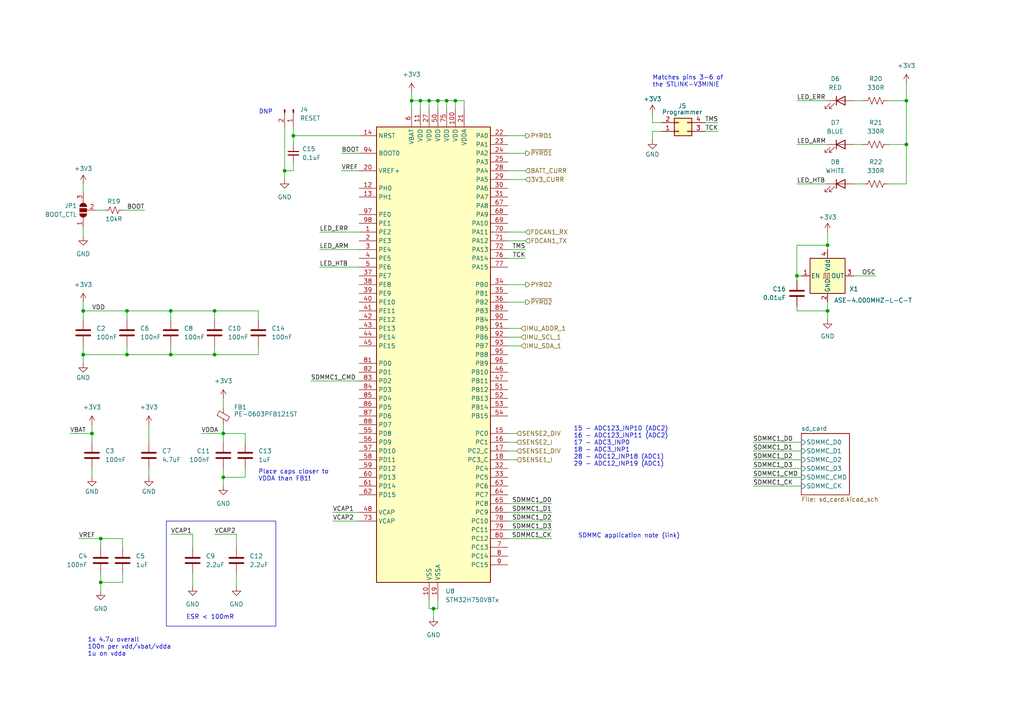
<source format=kicad_sch>
(kicad_sch (version 20231120) (generator "eeschema") (generator_version "8.0")
  (paper "A4")
  (lib_symbols
    (symbol "Connector:Conn_01x02_Pin" (pin_names (offset 1.016) hide)
      (property "Reference" "J" (at 0 2.54 0))
      (property "Value" "Conn_01x02_Pin" (at 0 -5.08 0))
      (symbol "Conn_01x02_Pin_1_1"
        (polyline (pts (xy 1.27 -2.54) (xy 0.8636 -2.54)) (stroke (width 0.1524)))
        (polyline (pts (xy 1.27 0) (xy 0.8636 0)) (stroke (width 0.1524)))
        (rectangle (start 0.8636 -2.413) (end 0 -2.667) (stroke (width 0.1524)) (fill (type outline)))
        (rectangle (start 0.8636 0.127) (end 0 -0.127) (stroke (width 0.1524)) (fill (type outline)))
        (pin passive line (at 5.08 0 180) (length 3.81) (name "Pin_1") (number "1"))
        (pin passive line (at 5.08 -2.54 180) (length 3.81) (name "Pin_2") (number "2"))
      )
    )
    (symbol "Connector_Generic:Conn_02x02_Top_Bottom" (pin_names (offset 1.016) hide)
      (property "Reference" "J" (at 1.27 2.54 0))
      (property "Value" "Conn_02x02_Top_Bottom" (at 1.27 -5.08 0))
      (symbol "Conn_02x02_Top_Bottom_1_1"
        (rectangle (start -1.27 -2.413) (end 0 -2.667) (stroke (width 0.1524)))
        (rectangle (start -1.27 0.127) (end 0 -0.127) (stroke (width 0.1524)))
        (rectangle (start -1.27 1.27) (end 3.81 -3.81) (stroke (width 0.254)) (fill (type background)))
        (rectangle (start 3.81 -2.413) (end 2.54 -2.667) (stroke (width 0.1524)))
        (rectangle (start 3.81 0.127) (end 2.54 -0.127) (stroke (width 0.1524)))
        (pin passive line (at -5.08 0 0) (length 3.81) (name "Pin_1") (number "1"))
        (pin passive line (at -5.08 -2.54 0) (length 3.81) (name "Pin_2") (number "2"))
        (pin passive line (at 7.62 0 180) (length 3.81) (name "Pin_3") (number "3"))
        (pin passive line (at 7.62 -2.54 180) (length 3.81) (name "Pin_4") (number "4"))
      )
    )
    (symbol "Device:C" (pin_numbers hide) (pin_names (offset 0.254))
      (property "Reference" "C" (at 0.635 2.54 0))
      (property "Value" "C" (at 0.635 -2.54 0))
      (symbol "C_0_1"
        (polyline (pts (xy -2.032 -0.762) (xy 2.032 -0.762)) (stroke (width 0.508)))
        (polyline (pts (xy -2.032 0.762) (xy 2.032 0.762)) (stroke (width 0.508)))
      )
      (symbol "C_1_1"
        (pin passive line (at 0 3.81 270) (length 2.794) (name "~") (number "1"))
        (pin passive line (at 0 -3.81 90) (length 2.794) (name "~") (number "2"))
      )
    )
    (symbol "Device:C_Small" (pin_numbers hide) (pin_names (offset 0.254) hide)
      (property "Reference" "C" (at 0.254 1.778 0))
      (property "Value" "C_Small" (at 0.254 -2.032 0))
      (symbol "C_Small_0_1"
        (polyline (pts (xy -1.524 -0.508) (xy 1.524 -0.508)) (stroke (width 0.3302)))
        (polyline (pts (xy -1.524 0.508) (xy 1.524 0.508)) (stroke (width 0.3048)))
      )
      (symbol "C_Small_1_1"
        (pin passive line (at 0 2.54 270) (length 2.032) (name "~") (number "1"))
        (pin passive line (at 0 -2.54 90) (length 2.032) (name "~") (number "2"))
      )
    )
    (symbol "Device:FerriteBead_Small" (pin_numbers hide) (pin_names (offset 0))
      (property "Reference" "FB" (at 1.905 1.27 0))
      (property "Value" "FerriteBead_Small" (at 1.905 -1.27 0))
      (symbol "FerriteBead_Small_0_1"
        (polyline (pts (xy 0 -1.27) (xy 0 -0.7874)))
        (polyline (pts (xy 0 0.889) (xy 0 1.2954)))
        (polyline (pts (xy -1.8288 0.2794) (xy -1.1176 1.4986) (xy 1.8288 -0.2032) (xy 1.1176 -1.4224) (xy -1.8288 0.2794)))
      )
      (symbol "FerriteBead_Small_1_1"
        (pin passive line (at 0 2.54 270) (length 1.27) (name "~") (number "1"))
        (pin passive line (at 0 -2.54 90) (length 1.27) (name "~") (number "2"))
      )
    )
    (symbol "Device:LED" (pin_numbers hide) (pin_names (offset 1.016) hide)
      (property "Reference" "D" (at 0 2.54 0))
      (property "Value" "LED" (at 0 -2.54 0))
      (symbol "LED_0_1"
        (polyline (pts (xy -1.27 -1.27) (xy -1.27 1.27)) (stroke (width 0.254)))
        (polyline (pts (xy -1.27 0) (xy 1.27 0)))
        (polyline (pts (xy 1.27 -1.27) (xy 1.27 1.27) (xy -1.27 0) (xy 1.27 -1.27)) (stroke (width 0.254)))
        (polyline (pts (xy -3.048 -0.762) (xy -4.572 -2.286) (xy -3.81 -2.286) (xy -4.572 -2.286) (xy -4.572 -1.524)))
        (polyline (pts (xy -1.778 -0.762) (xy -3.302 -2.286) (xy -2.54 -2.286) (xy -3.302 -2.286) (xy -3.302 -1.524)))
      )
      (symbol "LED_1_1"
        (pin passive line (at -3.81 0 0) (length 2.54) (name "K") (number "1"))
        (pin passive line (at 3.81 0 180) (length 2.54) (name "A") (number "2"))
      )
    )
    (symbol "Device:R_Small_US" (pin_numbers hide) (pin_names (offset 0.254) hide)
      (property "Reference" "R" (at 0.762 0.508 0))
      (property "Value" "R_Small_US" (at 0.762 -1.016 0))
      (symbol "R_Small_US_1_1"
        (polyline (pts (xy 0 0) (xy 1.016 -0.381) (xy 0 -0.762) (xy -1.016 -1.143) (xy 0 -1.524)))
        (polyline (pts (xy 0 1.524) (xy 1.016 1.143) (xy 0 0.762) (xy -1.016 0.381) (xy 0 0)))
        (pin passive line (at 0 2.54 270) (length 1.016) (name "~") (number "1"))
        (pin passive line (at 0 -2.54 90) (length 1.016) (name "~") (number "2"))
      )
    )
    (symbol "Device:R_US" (pin_numbers hide) (pin_names (offset 0))
      (property "Reference" "R" (at 2.54 0 90))
      (property "Value" "R_US" (at -2.54 0 90))
      (symbol "R_US_0_1"
        (polyline (pts (xy 0 -2.286) (xy 0 -2.54)))
        (polyline (pts (xy 0 2.286) (xy 0 2.54)))
        (polyline (pts (xy 0 -0.762) (xy 1.016 -1.143) (xy 0 -1.524) (xy -1.016 -1.905) (xy 0 -2.286)))
        (polyline (pts (xy 0 0.762) (xy 1.016 0.381) (xy 0 0) (xy -1.016 -0.381) (xy 0 -0.762)))
        (polyline (pts (xy 0 2.286) (xy 1.016 1.905) (xy 0 1.524) (xy -1.016 1.143) (xy 0 0.762)))
      )
      (symbol "R_US_1_1"
        (pin passive line (at 0 3.81 270) (length 1.27) (name "~") (number "1"))
        (pin passive line (at 0 -3.81 90) (length 1.27) (name "~") (number "2"))
      )
    )
    (symbol "Jumper:SolderJumper_3_Open" (pin_names (offset 0) hide)
      (property "Reference" "JP" (at -2.54 -2.54 0))
      (property "Value" "SolderJumper_3_Open" (at 0 2.794 0))
      (symbol "SolderJumper_3_Open_0_1"
        (arc (start -1.016 1.016) (mid -2.0276 0) (end -1.016 -1.016))
        (arc (start -1.016 1.016) (mid -2.0276 0) (end -1.016 -1.016) (fill (type outline)))
        (rectangle (start -0.508 1.016) (end 0.508 -1.016) (fill (type outline)))
        (polyline (pts (xy -2.54 0) (xy -2.032 0)))
        (polyline (pts (xy -1.016 1.016) (xy -1.016 -1.016)))
        (polyline (pts (xy 0 -1.27) (xy 0 -1.016)))
        (polyline (pts (xy 1.016 1.016) (xy 1.016 -1.016)))
        (polyline (pts (xy 2.54 0) (xy 2.032 0)))
        (arc (start 1.016 -1.016) (mid 2.0276 0) (end 1.016 1.016))
        (arc (start 1.016 -1.016) (mid 2.0276 0) (end 1.016 1.016) (fill (type outline)))
      )
      (symbol "SolderJumper_3_Open_1_1"
        (pin passive line (at -5.08 0 0) (length 2.54) (name "A") (number "1"))
        (pin passive line (at 0 -3.81 90) (length 2.54) (name "C") (number "2"))
        (pin passive line (at 5.08 0 180) (length 2.54) (name "B") (number "3"))
      )
    )
    (symbol "MCU_ST_STM32H7:STM32H750VBTx"
      (property "Reference" "U" (at -15.24 67.31 0))
      (property "Value" "STM32H750VBTx" (at 12.7 67.31 0))
      (symbol "STM32H750VBTx_0_1"
        (rectangle (start -15.24 -66.04) (end 17.78 66.04) (stroke (width 0.254)) (fill (type background)))
      )
      (symbol "STM32H750VBTx_1_1"
        (pin bidirectional line (at -20.32 35.56 0) (length 5.08) (name "PE2") (number "1"))
        (pin power_in line (at 0 -71.12 90) (length 5.08) (name "VSS") (number "10"))
        (pin power_in line (at 7.62 71.12 270) (length 5.08) (name "VDD") (number "100"))
        (pin power_in line (at -2.54 71.12 270) (length 5.08) (name "VDD") (number "11"))
        (pin bidirectional line (at -20.32 48.26 0) (length 5.08) (name "PH0") (number "12"))
        (pin bidirectional line (at -20.32 45.72 0) (length 5.08) (name "PH1") (number "13"))
        (pin input line (at -20.32 63.5 0) (length 5.08) (name "NRST") (number "14"))
        (pin bidirectional line (at 22.86 -22.86 180) (length 5.08) (name "PC0") (number "15"))
        (pin bidirectional line (at 22.86 -25.4 180) (length 5.08) (name "PC1") (number "16"))
        (pin bidirectional line (at 22.86 -27.94 180) (length 5.08) (name "PC2_C") (number "17"))
        (pin bidirectional line (at 22.86 -30.48 180) (length 5.08) (name "PC3_C") (number "18"))
        (pin power_in line (at 2.54 -71.12 90) (length 5.08) (name "VSSA") (number "19"))
        (pin bidirectional line (at -20.32 33.02 0) (length 5.08) (name "PE3") (number "2"))
        (pin input line (at -20.32 53.34 0) (length 5.08) (name "VREF+") (number "20"))
        (pin power_in line (at 10.16 71.12 270) (length 5.08) (name "VDDA") (number "21"))
        (pin bidirectional line (at 22.86 63.5 180) (length 5.08) (name "PA0") (number "22"))
        (pin bidirectional line (at 22.86 60.96 180) (length 5.08) (name "PA1") (number "23"))
        (pin bidirectional line (at 22.86 58.42 180) (length 5.08) (name "PA2") (number "24"))
        (pin bidirectional line (at 22.86 55.88 180) (length 5.08) (name "PA3") (number "25"))
        (pin passive line (at 0 -71.12 90) (length 5.08) hide (name "VSS") (number "26"))
        (pin power_in line (at 0 71.12 270) (length 5.08) (name "VDD") (number "27"))
        (pin bidirectional line (at 22.86 53.34 180) (length 5.08) (name "PA4") (number "28"))
        (pin bidirectional line (at 22.86 50.8 180) (length 5.08) (name "PA5") (number "29"))
        (pin bidirectional line (at -20.32 30.48 0) (length 5.08) (name "PE4") (number "3"))
        (pin bidirectional line (at 22.86 48.26 180) (length 5.08) (name "PA6") (number "30"))
        (pin bidirectional line (at 22.86 45.72 180) (length 5.08) (name "PA7") (number "31"))
        (pin bidirectional line (at 22.86 -33.02 180) (length 5.08) (name "PC4") (number "32"))
        (pin bidirectional line (at 22.86 -35.56 180) (length 5.08) (name "PC5") (number "33"))
        (pin bidirectional line (at 22.86 20.32 180) (length 5.08) (name "PB0") (number "34"))
        (pin bidirectional line (at 22.86 17.78 180) (length 5.08) (name "PB1") (number "35"))
        (pin bidirectional line (at 22.86 15.24 180) (length 5.08) (name "PB2") (number "36"))
        (pin bidirectional line (at -20.32 22.86 0) (length 5.08) (name "PE7") (number "37"))
        (pin bidirectional line (at -20.32 20.32 0) (length 5.08) (name "PE8") (number "38"))
        (pin bidirectional line (at -20.32 17.78 0) (length 5.08) (name "PE9") (number "39"))
        (pin bidirectional line (at -20.32 27.94 0) (length 5.08) (name "PE5") (number "4"))
        (pin bidirectional line (at -20.32 15.24 0) (length 5.08) (name "PE10") (number "40"))
        (pin bidirectional line (at -20.32 12.7 0) (length 5.08) (name "PE11") (number "41"))
        (pin bidirectional line (at -20.32 10.16 0) (length 5.08) (name "PE12") (number "42"))
        (pin bidirectional line (at -20.32 7.62 0) (length 5.08) (name "PE13") (number "43"))
        (pin bidirectional line (at -20.32 5.08 0) (length 5.08) (name "PE14") (number "44"))
        (pin bidirectional line (at -20.32 2.54 0) (length 5.08) (name "PE15") (number "45"))
        (pin bidirectional line (at 22.86 -5.08 180) (length 5.08) (name "PB10") (number "46"))
        (pin bidirectional line (at 22.86 -7.62 180) (length 5.08) (name "PB11") (number "47"))
        (pin power_out line (at -20.32 -45.72 0) (length 5.08) (name "VCAP") (number "48"))
        (pin passive line (at 0 -71.12 90) (length 5.08) hide (name "VSS") (number "49"))
        (pin bidirectional line (at -20.32 25.4 0) (length 5.08) (name "PE6") (number "5"))
        (pin power_in line (at 2.54 71.12 270) (length 5.08) (name "VDD") (number "50"))
        (pin bidirectional line (at 22.86 -10.16 180) (length 5.08) (name "PB12") (number "51"))
        (pin bidirectional line (at 22.86 -12.7 180) (length 5.08) (name "PB13") (number "52"))
        (pin bidirectional line (at 22.86 -15.24 180) (length 5.08) (name "PB14") (number "53"))
        (pin bidirectional line (at 22.86 -17.78 180) (length 5.08) (name "PB15") (number "54"))
        (pin bidirectional line (at -20.32 -22.86 0) (length 5.08) (name "PD8") (number "55"))
        (pin bidirectional line (at -20.32 -25.4 0) (length 5.08) (name "PD9") (number "56"))
        (pin bidirectional line (at -20.32 -27.94 0) (length 5.08) (name "PD10") (number "57"))
        (pin bidirectional line (at -20.32 -30.48 0) (length 5.08) (name "PD11") (number "58"))
        (pin bidirectional line (at -20.32 -33.02 0) (length 5.08) (name "PD12") (number "59"))
        (pin power_in line (at -5.08 71.12 270) (length 5.08) (name "VBAT") (number "6"))
        (pin bidirectional line (at -20.32 -35.56 0) (length 5.08) (name "PD13") (number "60"))
        (pin bidirectional line (at -20.32 -38.1 0) (length 5.08) (name "PD14") (number "61"))
        (pin bidirectional line (at -20.32 -40.64 0) (length 5.08) (name "PD15") (number "62"))
        (pin bidirectional line (at 22.86 -38.1 180) (length 5.08) (name "PC6") (number "63"))
        (pin bidirectional line (at 22.86 -40.64 180) (length 5.08) (name "PC7") (number "64"))
        (pin bidirectional line (at 22.86 -43.18 180) (length 5.08) (name "PC8") (number "65"))
        (pin bidirectional line (at 22.86 -45.72 180) (length 5.08) (name "PC9") (number "66"))
        (pin bidirectional line (at 22.86 43.18 180) (length 5.08) (name "PA8") (number "67"))
        (pin bidirectional line (at 22.86 40.64 180) (length 5.08) (name "PA9") (number "68"))
        (pin bidirectional line (at 22.86 38.1 180) (length 5.08) (name "PA10") (number "69"))
        (pin bidirectional line (at 22.86 -55.88 180) (length 5.08) (name "PC13") (number "7"))
        (pin bidirectional line (at 22.86 35.56 180) (length 5.08) (name "PA11") (number "70"))
        (pin bidirectional line (at 22.86 33.02 180) (length 5.08) (name "PA12") (number "71"))
        (pin bidirectional line (at 22.86 30.48 180) (length 5.08) (name "PA13") (number "72"))
        (pin power_out line (at -20.32 -48.26 0) (length 5.08) (name "VCAP") (number "73"))
        (pin passive line (at 0 -71.12 90) (length 5.08) hide (name "VSS") (number "74"))
        (pin power_in line (at 5.08 71.12 270) (length 5.08) (name "VDD") (number "75"))
        (pin bidirectional line (at 22.86 27.94 180) (length 5.08) (name "PA14") (number "76"))
        (pin bidirectional line (at 22.86 25.4 180) (length 5.08) (name "PA15") (number "77"))
        (pin bidirectional line (at 22.86 -48.26 180) (length 5.08) (name "PC10") (number "78"))
        (pin bidirectional line (at 22.86 -50.8 180) (length 5.08) (name "PC11") (number "79"))
        (pin bidirectional line (at 22.86 -58.42 180) (length 5.08) (name "PC14") (number "8"))
        (pin bidirectional line (at 22.86 -53.34 180) (length 5.08) (name "PC12") (number "80"))
        (pin bidirectional line (at -20.32 -2.54 0) (length 5.08) (name "PD0") (number "81"))
        (pin bidirectional line (at -20.32 -5.08 0) (length 5.08) (name "PD1") (number "82"))
        (pin bidirectional line (at -20.32 -7.62 0) (length 5.08) (name "PD2") (number "83"))
        (pin bidirectional line (at -20.32 -10.16 0) (length 5.08) (name "PD3") (number "84"))
        (pin bidirectional line (at -20.32 -12.7 0) (length 5.08) (name "PD4") (number "85"))
        (pin bidirectional line (at -20.32 -15.24 0) (length 5.08) (name "PD5") (number "86"))
        (pin bidirectional line (at -20.32 -17.78 0) (length 5.08) (name "PD6") (number "87"))
        (pin bidirectional line (at -20.32 -20.32 0) (length 5.08) (name "PD7") (number "88"))
        (pin bidirectional line (at 22.86 12.7 180) (length 5.08) (name "PB3") (number "89"))
        (pin bidirectional line (at 22.86 -60.96 180) (length 5.08) (name "PC15") (number "9"))
        (pin bidirectional line (at 22.86 10.16 180) (length 5.08) (name "PB4") (number "90"))
        (pin bidirectional line (at 22.86 7.62 180) (length 5.08) (name "PB5") (number "91"))
        (pin bidirectional line (at 22.86 5.08 180) (length 5.08) (name "PB6") (number "92"))
        (pin bidirectional line (at 22.86 2.54 180) (length 5.08) (name "PB7") (number "93"))
        (pin input line (at -20.32 58.42 0) (length 5.08) (name "BOOT0") (number "94"))
        (pin bidirectional line (at 22.86 0 180) (length 5.08) (name "PB8") (number "95"))
        (pin bidirectional line (at 22.86 -2.54 180) (length 5.08) (name "PB9") (number "96"))
        (pin bidirectional line (at -20.32 40.64 0) (length 5.08) (name "PE0") (number "97"))
        (pin bidirectional line (at -20.32 38.1 0) (length 5.08) (name "PE1") (number "98"))
        (pin passive line (at 0 -71.12 90) (length 5.08) hide (name "VSS") (number "99"))
      )
    )
    (symbol "Oscillator:ASE-xxxMHz" (pin_names (offset 0.254))
      (property "Reference" "X" (at -5.08 6.35 0))
      (property "Value" "ASE-xxxMHz" (at 1.27 -6.35 0))
      (symbol "ASE-xxxMHz_0_1"
        (rectangle (start -5.08 5.08) (end 5.08 -5.08) (stroke (width 0.254)) (fill (type background)))
        (polyline (pts (xy -1.27 -0.762) (xy -1.016 -0.762) (xy -1.016 0.762) (xy -0.508 0.762) (xy -0.508 -0.762) (xy 0 -0.762) (xy 0 0.762) (xy 0.508 0.762) (xy 0.508 -0.762) (xy 0.762 -0.762)))
      )
      (symbol "ASE-xxxMHz_1_1"
        (pin input line (at -7.62 0 0) (length 2.54) (name "EN") (number "1"))
        (pin power_in line (at 0 -7.62 90) (length 2.54) (name "GND") (number "2"))
        (pin output line (at 7.62 0 180) (length 2.54) (name "OUT") (number "3"))
        (pin power_in line (at 0 7.62 270) (length 2.54) (name "Vdd") (number "4"))
      )
    )
    (symbol "power:+3V3" (power) (pin_numbers hide) (pin_names (offset 0) hide)
      (property "Value" "+3V3" (at 0 3.556 0))
      (symbol "+3V3_0_1"
        (polyline (pts (xy -0.762 1.27) (xy 0 2.54)))
        (polyline (pts (xy 0 0) (xy 0 2.54)))
        (polyline (pts (xy 0 2.54) (xy 0.762 1.27)))
      )
      (symbol "+3V3_1_1"
        (pin power_in line (at 0 0 90) (length 0) (name "~") (number "1"))
      )
    )
    (symbol "power:GND" (power) (pin_numbers hide) (pin_names (offset 0) hide)
      (property "Value" "GND" (at 0 -3.81 0))
      (symbol "GND_0_1"
        (polyline (pts (xy 0 0) (xy 0 -1.27) (xy 1.27 -1.27) (xy 0 -2.54) (xy -1.27 -1.27) (xy 0 -1.27)))
      )
      (symbol "GND_1_1"
        (pin power_in line (at 0 0 270) (length 0) (name "~") (number "1"))
      )
    )
  )
  (junction (at 62.23 90.17))
  (junction (at 231.14 80.01))
  (junction (at 29.21 156.21))
  (junction (at 24.13 102.87))
  (junction (at 49.53 102.87))
  (junction (at 82.55 49.53))
  (junction (at 49.53 90.17))
  (junction (at 240.03 71.12))
  (junction (at 121.92 29.21))
  (junction (at 29.21 168.91))
  (junction (at 62.23 102.87))
  (junction (at 85.09 39.37))
  (junction (at 26.67 125.73))
  (junction (at 36.83 90.17))
  (junction (at 64.77 125.73))
  (junction (at 127 29.21))
  (junction (at 125.73 176.53))
  (junction (at 240.03 90.17))
  (junction (at 64.77 138.43))
  (junction (at 132.08 29.21))
  (junction (at 124.46 29.21))
  (junction (at 36.83 102.87))
  (junction (at 262.89 29.21))
  (junction (at 24.13 90.17))
  (junction (at 262.89 41.91))
  (junction (at 119.38 29.21))
  (junction (at 129.54 29.21))
  (wire (pts (xy 147.32 95.25) (xy 151.13 95.25)))
  (wire (pts (xy 55.88 154.94) (xy 55.88 158.75)))
  (wire (pts (xy 247.65 29.21) (xy 250.19 29.21)))
  (wire (pts (xy 71.12 125.73) (xy 71.12 128.27)))
  (wire (pts (xy 232.41 80.01) (xy 231.14 80.01)))
  (wire (pts (xy 147.32 97.79) (xy 151.13 97.79)))
  (wire (pts (xy 218.44 135.89) (xy 232.41 135.89)))
  (wire (pts (xy 92.71 67.31) (xy 104.14 67.31)))
  (wire (pts (xy 147.32 130.81) (xy 149.86 130.81)))
  (wire (pts (xy 119.38 29.21) (xy 119.38 31.75)))
  (wire (pts (xy 62.23 102.87) (xy 62.23 100.33)))
  (wire (pts (xy 147.32 39.37) (xy 152.4 39.37)))
  (wire (pts (xy 43.18 123.19) (xy 43.18 128.27)))
  (wire (pts (xy 189.23 35.56) (xy 191.77 35.56)))
  (wire (pts (xy 35.56 166.37) (xy 35.56 168.91)))
  (wire (pts (xy 189.23 40.64) (xy 189.23 38.1)))
  (wire (pts (xy 58.42 125.73) (xy 64.77 125.73)))
  (wire (pts (xy 257.81 29.21) (xy 262.89 29.21)))
  (wire (pts (xy 24.13 53.34) (xy 24.13 55.88)))
  (wire (pts (xy 147.32 69.85) (xy 152.4 69.85)))
  (wire (pts (xy 129.54 29.21) (xy 127 29.21)))
  (wire (pts (xy 96.52 148.59) (xy 104.14 148.59)))
  (wire (pts (xy 132.08 29.21) (xy 129.54 29.21)))
  (wire (pts (xy 189.23 33.02) (xy 189.23 35.56)))
  (wire (pts (xy 240.03 71.12) (xy 240.03 72.39)))
  (wire (pts (xy 134.62 31.75) (xy 134.62 29.21)))
  (wire (pts (xy 20.32 125.73) (xy 26.67 125.73)))
  (wire (pts (xy 36.83 102.87) (xy 36.83 100.33)))
  (wire (pts (xy 231.14 80.01) (xy 231.14 71.12)))
  (wire (pts (xy 24.13 102.87) (xy 36.83 102.87)))
  (wire (pts (xy 36.83 90.17) (xy 36.83 92.71)))
  (wire (pts (xy 124.46 29.21) (xy 121.92 29.21)))
  (wire (pts (xy 35.56 156.21) (xy 29.21 156.21)))
  (wire (pts (xy 36.83 90.17) (xy 49.53 90.17)))
  (wire (pts (xy 24.13 90.17) (xy 24.13 92.71)))
  (wire (pts (xy 147.32 125.73) (xy 149.86 125.73)))
  (wire (pts (xy 71.12 135.89) (xy 71.12 138.43)))
  (wire (pts (xy 49.53 102.87) (xy 49.53 100.33)))
  (wire (pts (xy 85.09 46.99) (xy 85.09 49.53)))
  (wire (pts (xy 62.23 154.94) (xy 68.58 154.94)))
  (wire (pts (xy 62.23 90.17) (xy 62.23 92.71)))
  (wire (pts (xy 71.12 125.73) (xy 64.77 125.73)))
  (wire (pts (xy 147.32 74.93) (xy 152.4 74.93)))
  (wire (pts (xy 127 173.99) (xy 127 176.53)))
  (wire (pts (xy 96.52 151.13) (xy 104.14 151.13)))
  (wire (pts (xy 231.14 29.21) (xy 240.03 29.21)))
  (wire (pts (xy 121.92 29.21) (xy 121.92 31.75)))
  (wire (pts (xy 147.32 100.33) (xy 151.13 100.33)))
  (wire (pts (xy 247.65 53.34) (xy 250.19 53.34)))
  (wire (pts (xy 125.73 176.53) (xy 125.73 179.07)))
  (wire (pts (xy 262.89 29.21) (xy 262.89 41.91)))
  (wire (pts (xy 247.65 41.91) (xy 250.19 41.91)))
  (wire (pts (xy 231.14 53.34) (xy 240.03 53.34)))
  (wire (pts (xy 64.77 125.73) (xy 64.77 128.27)))
  (wire (pts (xy 62.23 102.87) (xy 74.93 102.87)))
  (wire (pts (xy 204.47 35.56) (xy 208.28 35.56)))
  (wire (pts (xy 24.13 102.87) (xy 24.13 100.33)))
  (wire (pts (xy 262.89 24.13) (xy 262.89 29.21)))
  (wire (pts (xy 231.14 71.12) (xy 240.03 71.12)))
  (wire (pts (xy 247.65 80.01) (xy 254 80.01)))
  (wire (pts (xy 85.09 36.83) (xy 85.09 39.37)))
  (wire (pts (xy 35.56 156.21) (xy 35.56 158.75)))
  (wire (pts (xy 24.13 87.63) (xy 24.13 90.17)))
  (wire (pts (xy 218.44 128.27) (xy 232.41 128.27)))
  (wire (pts (xy 29.21 156.21) (xy 29.21 158.75)))
  (wire (pts (xy 147.32 49.53) (xy 152.4 49.53)))
  (wire (pts (xy 121.92 29.21) (xy 119.38 29.21)))
  (wire (pts (xy 64.77 123.19) (xy 64.77 125.73)))
  (wire (pts (xy 240.03 90.17) (xy 240.03 92.71)))
  (wire (pts (xy 127 29.21) (xy 127 31.75)))
  (wire (pts (xy 147.32 153.67) (xy 160.02 153.67)))
  (wire (pts (xy 26.67 125.73) (xy 26.67 128.27)))
  (wire (pts (xy 64.77 115.57) (xy 64.77 118.11)))
  (wire (pts (xy 147.32 72.39) (xy 152.4 72.39)))
  (wire (pts (xy 27.94 60.96) (xy 30.48 60.96)))
  (wire (pts (xy 124.46 176.53) (xy 125.73 176.53)))
  (wire (pts (xy 24.13 66.04) (xy 24.13 68.58)))
  (wire (pts (xy 82.55 36.83) (xy 82.55 49.53)))
  (wire (pts (xy 92.71 72.39) (xy 104.14 72.39)))
  (wire (pts (xy 147.32 67.31) (xy 152.4 67.31)))
  (wire (pts (xy 82.55 49.53) (xy 82.55 52.07)))
  (wire (pts (xy 35.56 60.96) (xy 41.91 60.96)))
  (wire (pts (xy 36.83 102.87) (xy 49.53 102.87)))
  (wire (pts (xy 99.06 44.45) (xy 104.14 44.45)))
  (wire (pts (xy 124.46 29.21) (xy 124.46 31.75)))
  (wire (pts (xy 24.13 90.17) (xy 36.83 90.17)))
  (wire (pts (xy 119.38 26.67) (xy 119.38 29.21)))
  (wire (pts (xy 64.77 138.43) (xy 64.77 140.97)))
  (wire (pts (xy 134.62 29.21) (xy 132.08 29.21)))
  (wire (pts (xy 218.44 130.81) (xy 232.41 130.81)))
  (wire (pts (xy 74.93 100.33) (xy 74.93 102.87)))
  (wire (pts (xy 22.86 156.21) (xy 29.21 156.21)))
  (wire (pts (xy 189.23 38.1) (xy 191.77 38.1)))
  (wire (pts (xy 85.09 39.37) (xy 104.14 39.37)))
  (wire (pts (xy 49.53 154.94) (xy 55.88 154.94)))
  (wire (pts (xy 240.03 67.31) (xy 240.03 71.12)))
  (wire (pts (xy 262.89 53.34) (xy 257.81 53.34)))
  (wire (pts (xy 85.09 39.37) (xy 85.09 41.91)))
  (wire (pts (xy 204.47 38.1) (xy 208.28 38.1)))
  (wire (pts (xy 147.32 133.35) (xy 149.86 133.35)))
  (wire (pts (xy 127 176.53) (xy 125.73 176.53)))
  (wire (pts (xy 231.14 41.91) (xy 240.03 41.91)))
  (wire (pts (xy 147.32 87.63) (xy 152.4 87.63)))
  (wire (pts (xy 24.13 105.41) (xy 24.13 102.87)))
  (wire (pts (xy 218.44 140.97) (xy 232.41 140.97)))
  (wire (pts (xy 129.54 29.21) (xy 129.54 31.75)))
  (wire (pts (xy 147.32 44.45) (xy 152.4 44.45)))
  (wire (pts (xy 90.17 110.49) (xy 104.14 110.49)))
  (wire (pts (xy 64.77 138.43) (xy 64.77 135.89)))
  (wire (pts (xy 257.81 41.91) (xy 262.89 41.91)))
  (wire (pts (xy 26.67 125.73) (xy 26.67 123.19)))
  (wire (pts (xy 62.23 90.17) (xy 74.93 90.17)))
  (wire (pts (xy 132.08 29.21) (xy 132.08 31.75)))
  (wire (pts (xy 147.32 156.21) (xy 160.02 156.21)))
  (wire (pts (xy 147.32 148.59) (xy 160.02 148.59)))
  (wire (pts (xy 55.88 166.37) (xy 55.88 170.18)))
  (wire (pts (xy 218.44 133.35) (xy 232.41 133.35)))
  (wire (pts (xy 49.53 90.17) (xy 49.53 92.71)))
  (wire (pts (xy 49.53 102.87) (xy 62.23 102.87)))
  (wire (pts (xy 71.12 138.43) (xy 64.77 138.43)))
  (wire (pts (xy 35.56 168.91) (xy 29.21 168.91)))
  (wire (pts (xy 124.46 173.99) (xy 124.46 176.53)))
  (wire (pts (xy 231.14 88.9) (xy 231.14 90.17)))
  (wire (pts (xy 218.44 138.43) (xy 232.41 138.43)))
  (wire (pts (xy 262.89 41.91) (xy 262.89 53.34)))
  (wire (pts (xy 147.32 82.55) (xy 152.4 82.55)))
  (wire (pts (xy 68.58 154.94) (xy 68.58 158.75)))
  (wire (pts (xy 92.71 77.47) (xy 104.14 77.47)))
  (wire (pts (xy 29.21 168.91) (xy 29.21 166.37)))
  (wire (pts (xy 240.03 87.63) (xy 240.03 90.17)))
  (wire (pts (xy 74.93 92.71) (xy 74.93 90.17)))
  (wire (pts (xy 43.18 135.89) (xy 43.18 138.43)))
  (wire (pts (xy 147.32 128.27) (xy 149.86 128.27)))
  (wire (pts (xy 231.14 80.01) (xy 231.14 81.28)))
  (wire (pts (xy 29.21 168.91) (xy 29.21 171.45)))
  (wire (pts (xy 68.58 166.37) (xy 68.58 170.18)))
  (wire (pts (xy 127 29.21) (xy 124.46 29.21)))
  (wire (pts (xy 49.53 90.17) (xy 62.23 90.17)))
  (wire (pts (xy 85.09 49.53) (xy 82.55 49.53)))
  (wire (pts (xy 147.32 146.05) (xy 160.02 146.05)))
  (wire (pts (xy 147.32 52.07) (xy 152.4 52.07)))
  (wire (pts (xy 26.67 135.89) (xy 26.67 138.43)))
  (wire (pts (xy 231.14 90.17) (xy 240.03 90.17)))
  (wire (pts (xy 147.32 151.13) (xy 160.02 151.13)))
  (wire (pts (xy 99.06 49.53) (xy 104.14 49.53)))
  (rectangle (start 48.26 151.13) (end 80.01 181.61))
  (text "Place caps closer to \nVDDA than FB1!\n" (at 74.93 139.7 0) (effects (font (size 1.27 1.27)) (justify left bottom)))
  (text "15 - ADC123_INP10 (ADC2)\n16 - ADC123_INP11 (ADC2)\n17 - ADC3_INP0\n18 - ADC3_INP1\n28 - ADC12_INP18 (ADC1)\n29 - ADC12_INP19 (ADC1)\n" (at 166.37 129.54 0) (effects (font (size 1.27 1.27)) (justify left)))
  (text "DNP" (at 75.057 33.274 0) (effects (font (size 1.27 1.27)) (justify left bottom)))
  (text "ESR < 100mR\n" (at 60.96 179.07 0) (effects (font (size 1.27 1.27))))
  (text "1x 4.7u overall\n100n per vdd/vbat/vdda\n1u on vdda" (at 25.4 190.5 0) (effects (font (size 1.27 1.27)) (justify left bottom)))
  (text "SDMMC application note (link)" (at 167.64 156.21 0) (effects (font (size 1.27 1.27)) (justify left bottom)))
  (text "Matches pins 3-6 of\nthe STLINK-V3MINIE" (at 189.23 25.4 0) (effects (font (size 1.27 1.27)) (justify left bottom)))
  (label "BOOT" (at 99.06 44.45 0))
  (label "LED_HTB" (at 231.14 53.34 0))
  (label "VREF" (at 22.86 156.21 0))
  (label "VDDA" (at 58.42 125.73 0))
  (label "VCAP2" (at 96.52 151.13 0))
  (label "SDMMC1_D0" (at 218.44 128.27 0))
  (label "VBAT" (at 20.32 125.73 0))
  (label "VCAP2" (at 62.23 154.94 0))
  (label "VREF" (at 99.06 49.53 0))
  (label "LED_ARM" (at 92.71 72.39 0))
  (label "TCK" (at 208.28 38.1 180))
  (label "VCAP1" (at 49.53 154.94 0))
  (label "SDMMC1_CMD" (at 218.44 138.43 0))
  (label "VDD" (at 26.67 90.17 0))
  (label "SDMMC1_CMD" (at 90.17 110.49 0))
  (label "SDMMC1_D2" (at 160.02 151.13 180))
  (label "TMS" (at 208.28 35.56 180))
  (label "SDMMC1_D0" (at 160.02 146.05 180))
  (label "SDMMC1_D3" (at 160.02 153.67 180))
  (label "SDMMC1_CK" (at 218.44 140.97 0))
  (label "SDMMC1_D1" (at 160.02 148.59 180))
  (label "LED_HTB" (at 92.71 77.47 0))
  (label "SDMMC1_CK" (at 160.02 156.21 180))
  (label "LED_ERR" (at 92.71 67.31 0))
  (label "SDMMC1_D3" (at 218.44 135.89 0))
  (label "SDMMC1_D2" (at 218.44 133.35 0))
  (label "VCAP1" (at 96.52 148.59 0))
  (label "LED_ERR" (at 231.14 29.21 0))
  (label "OSC" (at 254 80.01 180))
  (label "SDMMC1_D1" (at 218.44 130.81 0))
  (label "BOOT" (at 41.91 60.96 180))
  (label "LED_ARM" (at 231.14 41.91 0))
  (label "TMS" (at 152.4 72.39 180))
  (label "TCK" (at 152.4 74.93 180))
  (hierarchical_label "~{PYRO2}" (shape output) (at 152.4 87.63 0))
  (hierarchical_label "IMU_SDA_1" (shape input) (at 151.13 100.33 0))
  (hierarchical_label "BATT_CURR" (shape input) (at 152.4 49.53 0))
  (hierarchical_label "SENSE2_I" (shape input) (at 149.86 128.27 0))
  (hierarchical_label "FDCAN1_RX" (shape input) (at 152.4 67.31 0))
  (hierarchical_label "SENSE1_DIV" (shape input) (at 149.86 130.81 0))
  (hierarchical_label "SENSE1_I" (shape input) (at 149.86 133.35 0))
  (hierarchical_label "~{PYRO1}" (shape output) (at 152.4 44.45 0))
  (hierarchical_label "SENSE2_DIV" (shape input) (at 149.86 125.73 0))
  (hierarchical_label "PYRO2" (shape output) (at 152.4 82.55 0))
  (hierarchical_label "IMU_SCL_1" (shape input) (at 151.13 97.79 0))
  (hierarchical_label "IMU_ADDR_1" (shape input) (at 151.13 95.25 0))
  (hierarchical_label "FDCAN1_TX" (shape input) (at 152.4 69.85 0))
  (hierarchical_label "PYRO1" (shape output) (at 152.4 39.37 0))
  (hierarchical_label "3V3_CURR" (shape input) (at 152.4 52.07 0))
  (symbol (lib_id "power:+3V3") (at 24.13 87.63 0) (unit 1)
    (property "Reference" "#PWR036" (effects (hide yes)))
    (property "Value" "+3V3" (at 24.13 82.55 0))
    (property "Description" "Power symbol creates a global label with name \"+3V3\"" (effects (hide yes)))
  )
  (symbol (lib_id "Device:C") (at 36.83 96.52 0) (unit 1)
    (property "Reference" "C6" (at 40.64 95.2499 0) (effects (justify left)))
    (property "Value" "100nF" (at 40.64 97.7899 0) (effects (justify left)))
    (property "Footprint" "Capacitor_SMD:C_0805_2012Metric_Pad1.18x1.45mm_HandSolder" (effects (hide yes)))
    (property "Description" "Unpolarized capacitor" (effects (hide yes)))
  )
  (symbol (lib_id "Device:C_Small") (at 85.09 44.45 0) (unit 1)
    (property "Reference" "C15" (at 87.63 43.18 0) (effects (justify left)))
    (property "Value" "0.1uF" (at 87.63 45.72 0) (effects (justify left)))
    (property "Footprint" "Capacitor_SMD:C_0805_2012Metric_Pad1.18x1.45mm_HandSolder" (effects (hide yes)))
  )
  (symbol (lib_id "power:GND") (at 240.03 92.71 0) (unit 1)
    (property "Reference" "#PWR053" (effects (hide yes)))
    (property "Value" "GND" (at 240.03 97.536 0))
  )
  (symbol (lib_id "power:GND") (at 24.13 105.41 0) (unit 1)
    (property "Reference" "#PWR037" (effects (hide yes)))
    (property "Value" "GND" (at 24.13 109.5431 0))
    (property "Description" "Power symbol creates a global label with name \"GND\" , ground" (effects (hide yes)))
  )
  (symbol (lib_id "Device:C") (at 24.13 96.52 0) (unit 1)
    (property "Reference" "C2" (at 27.94 95.2499 0) (effects (justify left)))
    (property "Value" "100nF" (at 27.94 97.7899 0) (effects (justify left)))
    (property "Footprint" "Capacitor_SMD:C_0805_2012Metric_Pad1.18x1.45mm_HandSolder" (effects (hide yes)))
    (property "Description" "Unpolarized capacitor" (effects (hide yes)))
  )
  (symbol (lib_id "Jumper:SolderJumper_3_Open") (at 24.13 60.96 90) (unit 1)
    (property "Reference" "JP1" (at 22.352 59.69 90) (effects (justify left)))
    (property "Value" "BOOT_CTL" (at 22.352 62.23 90) (effects (justify left)))
    (property "Footprint" "Jumper:SolderJumper-3_P1.3mm_Open_Pad1.0x1.5mm_NumberLabels" (effects (hide yes)))
  )
  (symbol (lib_id "Device:C") (at 26.67 132.08 0) (unit 1)
    (property "Reference" "C3" (at 30.48 130.8099 0) (effects (justify left)))
    (property "Value" "100nF" (at 30.48 133.3499 0) (effects (justify left)))
    (property "Footprint" "Capacitor_SMD:C_0805_2012Metric_Pad1.18x1.45mm_HandSolder" (effects (hide yes)))
    (property "Description" "Unpolarized capacitor" (effects (hide yes)))
  )
  (symbol (lib_id "Device:R_US") (at 254 29.21 90) (unit 1)
    (property "Reference" "R20" (at 254 22.86 90))
    (property "Value" "330R" (at 254 25.4 90))
    (property "Footprint" "Resistor_SMD:R_0805_2012Metric_Pad1.20x1.40mm_HandSolder" (effects (hide yes)))
    (property "Description" "Resistor, US symbol" (effects (hide yes)))
  )
  (symbol (lib_id "power:GND") (at 82.55 52.07 0) (unit 1)
    (property "Reference" "#PWR047" (effects (hide yes)))
    (property "Value" "GND" (at 82.55 57.15 0))
    (property "Description" "Power symbol creates a global label with name \"GND\" , ground" (effects (hide yes)))
  )
  (symbol (lib_id "Device:LED") (at 243.84 41.91 0) (unit 1)
    (property "Reference" "D7" (at 242.2525 35.56 0))
    (property "Value" "BLUE" (at 242.2525 38.1 0))
    (property "Footprint" "Diode_SMD:D_1206_3216Metric_Pad1.42x1.75mm_HandSolder" (effects (hide yes)))
    (property "Description" "Light emitting diode" (effects (hide yes)))
  )
  (symbol (lib_id "power:GND") (at 43.18 138.43 0) (unit 1)
    (property "Reference" "#PWR042" (effects (hide yes)))
    (property "Value" "GND" (at 43.18 142.5631 0))
    (property "Description" "Power symbol creates a global label with name \"GND\" , ground" (effects (hide yes)))
  )
  (symbol (lib_id "power:+3V3") (at 240.03 67.31 0) (unit 1)
    (property "Reference" "#PWR052" (effects (hide yes)))
    (property "Value" "+3V3" (at 240.03 62.992 0))
  )
  (symbol (lib_id "Device:C") (at 29.21 162.56 0) (unit 1)
    (property "Reference" "C4" (at 25.4 161.2899 0) (effects (justify right)))
    (property "Value" "100nF" (at 25.4 163.8299 0) (effects (justify right)))
    (property "Footprint" "Capacitor_SMD:C_0805_2012Metric" (effects (hide yes)))
    (property "Description" "Unpolarized capacitor" (effects (hide yes)))
  )
  (symbol (lib_id "power:GND") (at 26.67 138.43 0) (unit 1)
    (property "Reference" "#PWR039" (effects (hide yes)))
    (property "Value" "GND" (at 26.67 142.5631 0))
    (property "Description" "Power symbol creates a global label with name \"GND\" , ground" (effects (hide yes)))
  )
  (symbol (lib_id "Device:R_US") (at 254 41.91 90) (unit 1)
    (property "Reference" "R21" (at 254 35.56 90))
    (property "Value" "330R" (at 254 38.1 90))
    (property "Footprint" "Resistor_SMD:R_0805_2012Metric_Pad1.20x1.40mm_HandSolder" (effects (hide yes)))
    (property "Description" "Resistor, US symbol" (effects (hide yes)))
  )
  (symbol (lib_id "power:GND") (at 29.21 171.45 0) (unit 1)
    (property "Reference" "#PWR040" (effects (hide yes)))
    (property "Value" "GND" (at 29.21 176.53 0))
    (property "Description" "Power symbol creates a global label with name \"GND\" , ground" (effects (hide yes)))
  )
  (symbol (lib_id "power:GND") (at 68.58 170.18 0) (unit 1)
    (property "Reference" "#PWR046" (effects (hide yes)))
    (property "Value" "GND" (at 68.58 175.26 0))
    (property "Description" "Power symbol creates a global label with name \"GND\" , ground" (effects (hide yes)))
  )
  (symbol (lib_id "Device:C") (at 231.14 85.09 0) (mirror y) (unit 1)
    (property "Reference" "C16" (at 227.965 83.8199 0) (effects (justify left)))
    (property "Value" "0.01uF" (at 227.965 86.3599 0) (effects (justify left)))
    (property "Footprint" "Capacitor_SMD:C_0805_2012Metric_Pad1.18x1.45mm_HandSolder" (effects (hide yes)))
    (property "Description" "Unpolarized capacitor" (effects (hide yes)))
  )
  (symbol (lib_id "power:GND") (at 125.73 179.07 0) (unit 1)
    (property "Reference" "#PWR049" (effects (hide yes)))
    (property "Value" "GND" (at 125.73 184.15 0))
    (property "Description" "Power symbol creates a global label with name \"GND\" , ground" (effects (hide yes)))
  )
  (symbol (lib_id "Oscillator:ASE-xxxMHz") (at 240.03 80.01 0) (unit 1)
    (property "Reference" "X1" (at 247.65 83.82 0))
    (property "Value" "ASE-4.000MHZ-L-C-T" (at 253.238 87.122 0))
    (property "Footprint" "Oscillator:Oscillator_SMD_Abracon_ASE-4Pin_3.2x2.5mm" (effects (hide yes)))
    (property "Datasheet" "https://abracon.com/Oscillators/ASEseries.pdf" (effects (hide yes)))
  )
  (symbol (lib_id "Device:FerriteBead_Small") (at 64.77 120.65 180) (unit 1)
    (property "Reference" "FB1" (at 67.818 118.11 0) (effects (justify right)))
    (property "Value" "PE-0603PFB121ST" (at 67.818 120.1039 0) (effects (justify right)))
    (property "Footprint" "Capacitor_SMD:C_0603_1608Metric_Pad1.08x0.95mm_HandSolder" (effects (hide yes)))
  )
  (symbol (lib_id "power:+3V3") (at 262.89 24.13 0) (unit 1)
    (property "Reference" "#PWR054" (effects (hide yes)))
    (property "Value" "+3V3" (at 262.89 19.05 0))
    (property "Description" "Power symbol creates a global label with name \"+3V3\"" (effects (hide yes)))
  )
  (symbol (lib_id "power:+3V3") (at 24.13 53.34 0) (unit 1)
    (property "Reference" "#PWR034" (effects (hide yes)))
    (property "Value" "+3V3" (at 24.13 48.895 0))
  )
  (symbol (lib_id "Device:C") (at 64.77 132.08 0) (unit 1)
    (property "Reference" "C11" (at 60.96 130.8099 0) (effects (justify right)))
    (property "Value" "100nF" (at 60.96 133.3499 0) (effects (justify right)))
    (property "Footprint" "Capacitor_SMD:C_0805_2012Metric_Pad1.18x1.45mm_HandSolder" (effects (hide yes)))
    (property "Description" "Unpolarized capacitor" (effects (hide yes)))
  )
  (symbol (lib_id "Device:LED") (at 243.84 53.34 0) (unit 1)
    (property "Reference" "D8" (at 242.2525 46.99 0))
    (property "Value" "WHITE" (at 242.2525 49.53 0))
    (property "Footprint" "Diode_SMD:D_1206_3216Metric_Pad1.42x1.75mm_HandSolder" (effects (hide yes)))
    (property "Description" "Light emitting diode" (effects (hide yes)))
  )
  (symbol (lib_id "Device:C") (at 68.58 162.56 0) (unit 1)
    (property "Reference" "C12" (at 72.39 161.2899 0) (effects (justify left)))
    (property "Value" "2.2uF" (at 72.39 163.8299 0) (effects (justify left)))
    (property "Footprint" "Capacitor_SMD:C_0805_2012Metric_Pad1.18x1.45mm_HandSolder" (effects (hide yes)))
    (property "Description" "Unpolarized capacitor" (effects (hide yes)))
  )
  (symbol (lib_id "power:GND") (at 64.77 140.97 0) (unit 1)
    (property "Reference" "#PWR045" (effects (hide yes)))
    (property "Value" "GND" (at 64.77 146.05 0))
    (property "Description" "Power symbol creates a global label with name \"GND\" , ground" (effects (hide yes)))
  )
  (symbol (lib_id "Device:C") (at 43.18 132.08 0) (unit 1)
    (property "Reference" "C7" (at 46.99 130.8099 0) (effects (justify left)))
    (property "Value" "4.7uF" (at 46.99 133.3499 0) (effects (justify left)))
    (property "Footprint" "Capacitor_SMD:C_0805_2012Metric_Pad1.18x1.45mm_HandSolder" (effects (hide yes)))
    (property "Description" "Unpolarized capacitor" (effects (hide yes)))
  )
  (symbol (lib_id "Device:C") (at 35.56 162.56 0) (unit 1)
    (property "Reference" "C5" (at 39.37 161.2899 0) (effects (justify left)))
    (property "Value" "1uF" (at 39.37 163.8299 0) (effects (justify left)))
    (property "Footprint" "Capacitor_SMD:C_0805_2012Metric_Pad1.18x1.45mm_HandSolder" (effects (hide yes)))
    (property "Description" "Unpolarized capacitor" (effects (hide yes)))
  )
  (symbol (lib_id "power:+3V3") (at 26.67 123.19 0) (unit 1)
    (property "Reference" "#PWR038" (effects (hide yes)))
    (property "Value" "+3V3" (at 26.67 118.11 0))
    (property "Description" "Power symbol creates a global label with name \"+3V3\"" (effects (hide yes)))
  )
  (symbol (lib_id "Device:LED") (at 243.84 29.21 0) (unit 1)
    (property "Reference" "D6" (at 242.2525 22.86 0))
    (property "Value" "RED" (at 242.2525 25.4 0))
    (property "Footprint" "Diode_SMD:D_1206_3216Metric_Pad1.42x1.75mm_HandSolder" (effects (hide yes)))
    (property "Description" "Light emitting diode" (effects (hide yes)))
  )
  (symbol (lib_id "Connector_Generic:Conn_02x02_Top_Bottom") (at 196.85 38.1 0) (mirror x) (unit 1)
    (property "Reference" "J5" (at 197.866 30.734 0))
    (property "Value" "Programmer" (at 197.866 32.512 0))
    (property "Footprint" "Connector_PinSocket_1.27mm:PinSocket_2x02_P1.27mm_Vertical_SMD" (effects (hide yes)))
  )
  (symbol (lib_id "power:GND") (at 189.23 40.64 0) (unit 1)
    (property "Reference" "#PWR051" (effects (hide yes)))
    (property "Value" "GND" (at 189.23 44.7731 0))
  )
  (symbol (lib_id "power:+3V3") (at 64.77 115.57 0) (unit 1)
    (property "Reference" "#PWR044" (effects (hide yes)))
    (property "Value" "+3V3" (at 64.77 110.49 0))
    (property "Description" "Power symbol creates a global label with name \"+3V3\"" (effects (hide yes)))
  )
  (symbol (lib_id "Connector:Conn_01x02_Pin") (at 85.09 31.75 270) (unit 1)
    (property "Reference" "J4" (at 86.995 31.75 90) (effects (justify left)))
    (property "Value" "RESET" (at 86.995 34.29 90) (effects (justify left)))
    (property "Footprint" "Connector_PinHeader_1.00mm:PinHeader_1x02_P1.00mm_Vertical" (effects (hide yes)))
  )
  (symbol (lib_id "power:+3V3") (at 189.23 33.02 0) (unit 1)
    (property "Reference" "#PWR050" (effects (hide yes)))
    (property "Value" "+3V3" (at 189.23 28.702 0))
  )
  (symbol (lib_id "Device:C") (at 55.88 162.56 0) (unit 1)
    (property "Reference" "C9" (at 59.69 161.2899 0) (effects (justify left)))
    (property "Value" "2.2uF" (at 59.69 163.8299 0) (effects (justify left)))
    (property "Footprint" "Capacitor_SMD:C_0805_2012Metric_Pad1.18x1.45mm_HandSolder" (effects (hide yes)))
    (property "Description" "Unpolarized capacitor" (effects (hide yes)))
  )
  (symbol (lib_id "power:+3V3") (at 43.18 123.19 0) (unit 1)
    (property "Reference" "#PWR041" (effects (hide yes)))
    (property "Value" "+3V3" (at 43.18 118.11 0))
    (property "Description" "Power symbol creates a global label with name \"+3V3\"" (effects (hide yes)))
  )
  (symbol (lib_id "power:+3V3") (at 119.38 26.67 0) (unit 1)
    (property "Reference" "#PWR048" (effects (hide yes)))
    (property "Value" "+3V3" (at 119.38 21.59 0))
    (property "Description" "Power symbol creates a global label with name \"+3V3\"" (effects (hide yes)))
  )
  (symbol (lib_id "MCU_ST_STM32H7:STM32H750VBTx") (at 124.46 102.87 0) (unit 1)
    (property "Reference" "U8" (at 129.1941 171.45 0) (effects (justify left)))
    (property "Value" "STM32H750VBTx" (at 129.1941 173.99 0) (effects (justify left)))
    (property "Footprint" "Package_QFP:LQFP-100_14x14mm_P0.5mm" (effects (hide yes)))
    (property "Datasheet" "https://www.st.com/resource/en/datasheet/stm32h750vb.pdf" (effects (hide yes)))
    (property "Description" "STMicroelectronics Arm Cortex-M7 MCU, 128KB flash, 1024KB RAM, 480 MHz, 1.71-3.6V, 82 GPIO, LQFP100" (effects (hide yes)))
  )
  (symbol (lib_id "Device:C") (at 74.93 96.52 0) (unit 1)
    (property "Reference" "C14" (at 78.74 95.2499 0) (effects (justify left)))
    (property "Value" "100nF" (at 78.74 97.7899 0) (effects (justify left)))
    (property "Footprint" "Capacitor_SMD:C_0805_2012Metric_Pad1.18x1.45mm_HandSolder" (effects (hide yes)))
    (property "Description" "Unpolarized capacitor" (effects (hide yes)))
  )
  (symbol (lib_id "power:GND") (at 24.13 68.58 0) (unit 1)
    (property "Reference" "#PWR035" (effects (hide yes)))
    (property "Value" "GND" (at 24.13 73.66 0))
  )
  (symbol (lib_id "power:GND") (at 55.88 170.18 0) (unit 1)
    (property "Reference" "#PWR043" (effects (hide yes)))
    (property "Value" "GND" (at 55.88 175.26 0))
    (property "Description" "Power symbol creates a global label with name \"GND\" , ground" (effects (hide yes)))
  )
  (symbol (lib_id "Device:R_Small_US") (at 33.02 60.96 270) (unit 1)
    (property "Reference" "R19" (at 33.02 58.42 90))
    (property "Value" "10kR" (at 33.02 63.5 90))
    (property "Footprint" "Resistor_SMD:R_0805_2012Metric_Pad1.20x1.40mm_HandSolder" (effects (hide yes)))
  )
  (symbol (lib_id "Device:C") (at 49.53 96.52 0) (unit 1)
    (property "Reference" "C8" (at 53.34 95.2499 0) (effects (justify left)))
    (property "Value" "100nF" (at 53.34 97.7899 0) (effects (justify left)))
    (property "Footprint" "Capacitor_SMD:C_0805_2012Metric_Pad1.18x1.45mm_HandSolder" (effects (hide yes)))
    (property "Description" "Unpolarized capacitor" (effects (hide yes)))
  )
  (symbol (lib_id "Device:C") (at 71.12 132.08 0) (unit 1)
    (property "Reference" "C13" (at 74.93 130.8099 0) (effects (justify left)))
    (property "Value" "1uF" (at 74.93 133.3499 0) (effects (justify left)))
    (property "Footprint" "Capacitor_SMD:C_0805_2012Metric_Pad1.18x1.45mm_HandSolder" (effects (hide yes)))
    (property "Description" "Unpolarized capacitor" (effects (hide yes)))
  )
  (symbol (lib_id "Device:R_US") (at 254 53.34 90) (unit 1)
    (property "Reference" "R22" (at 254 46.99 90))
    (property "Value" "330R" (at 254 49.53 90))
    (property "Footprint" "Resistor_SMD:R_0805_2012Metric_Pad1.20x1.40mm_HandSolder" (effects (hide yes)))
    (property "Description" "Resistor, US symbol" (effects (hide yes)))
  )
  (symbol (lib_id "Device:C") (at 62.23 96.52 0) (unit 1)
    (property "Reference" "C10" (at 66.04 95.2499 0) (effects (justify left)))
    (property "Value" "100nF" (at 66.04 97.7899 0) (effects (justify left)))
    (property "Footprint" "Capacitor_SMD:C_0805_2012Metric_Pad1.18x1.45mm_HandSolder" (effects (hide yes)))
    (property "Description" "Unpolarized capacitor" (effects (hide yes)))
  )
  (sheet (at 232.41 125.73) (size 13.97 17.78) (stroke (width 0.1524))
    (property "Sheetname" "sd_card" (at 232.41 125.0184 0) (effects (justify left bottom)))
    (property "Sheetfile" "sd_card.kicad_sch" (at 232.41 144.0946 0) (effects (justify left top)))
    (pin "SDMMC_D2" input (at 232.41 133.35 180))
    (pin "SDMMC_CK" input (at 232.41 140.97 180))
    (pin "SDMMC_D0" input (at 232.41 128.27 180))
    (pin "SDMMC_D1" input (at 232.41 130.81 180))
    (pin "SDMMC_D3" input (at 232.41 135.89 180))
    (pin "SDMMC_CMD" input (at 232.41 138.43 180))
  )
)
</source>
